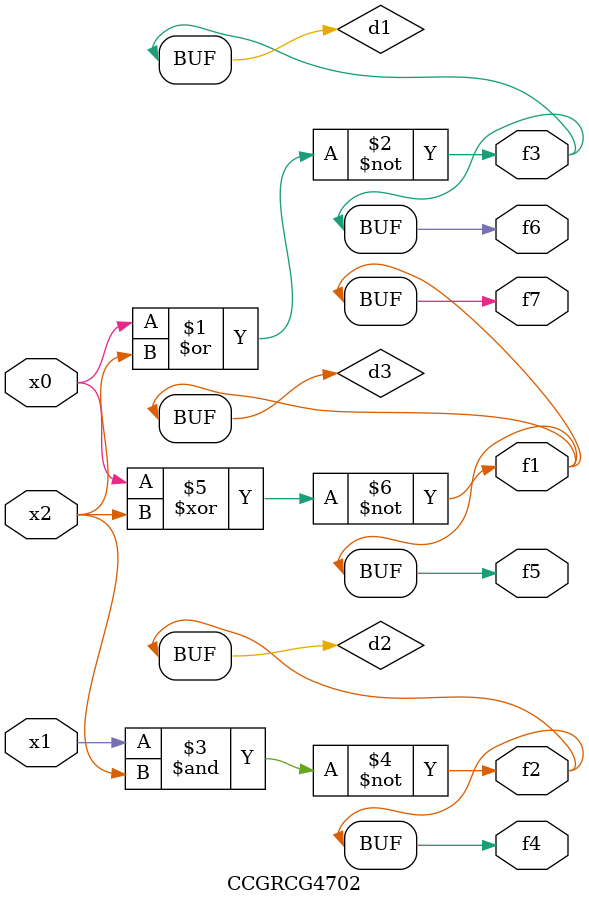
<source format=v>
module CCGRCG4702(
	input x0, x1, x2,
	output f1, f2, f3, f4, f5, f6, f7
);

	wire d1, d2, d3;

	nor (d1, x0, x2);
	nand (d2, x1, x2);
	xnor (d3, x0, x2);
	assign f1 = d3;
	assign f2 = d2;
	assign f3 = d1;
	assign f4 = d2;
	assign f5 = d3;
	assign f6 = d1;
	assign f7 = d3;
endmodule

</source>
